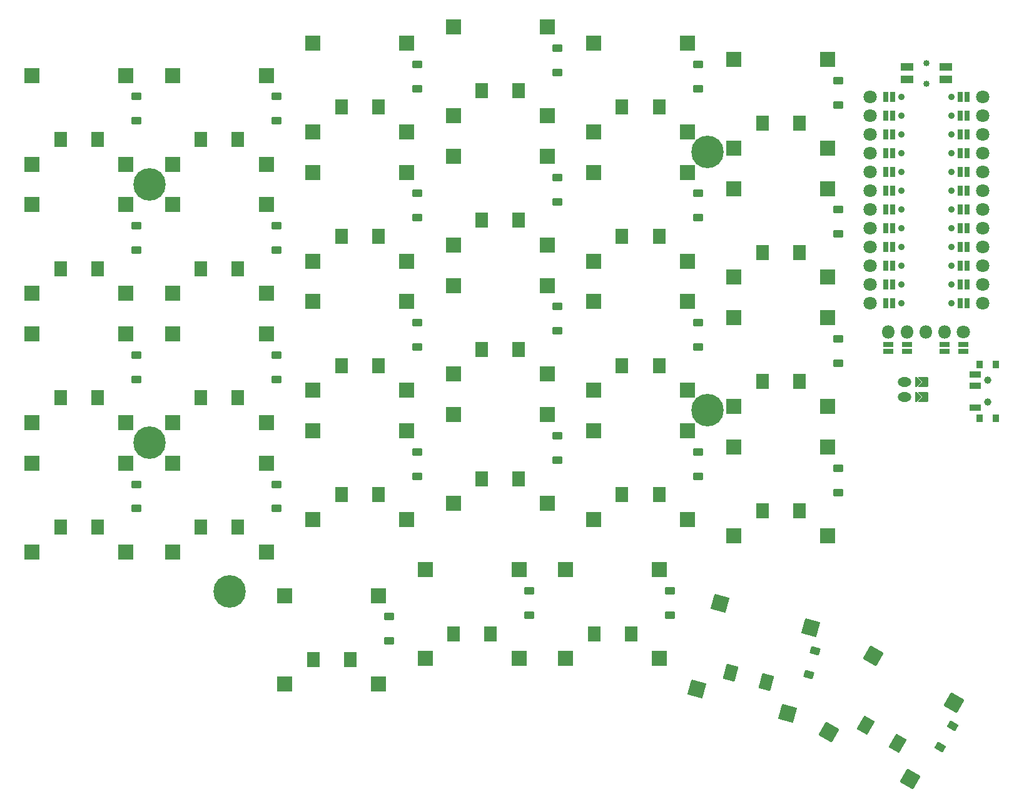
<source format=gbr>
%TF.GenerationSoftware,KiCad,Pcbnew,8.0.7*%
%TF.CreationDate,2025-02-11T23:53:50-03:00*%
%TF.ProjectId,souffle_wireless,736f7566-666c-4655-9f77-6972656c6573,0.1*%
%TF.SameCoordinates,Original*%
%TF.FileFunction,Soldermask,Top*%
%TF.FilePolarity,Negative*%
%FSLAX46Y46*%
G04 Gerber Fmt 4.6, Leading zero omitted, Abs format (unit mm)*
G04 Created by KiCad (PCBNEW 8.0.7) date 2025-02-11 23:53:50*
%MOMM*%
%LPD*%
G01*
G04 APERTURE LIST*
G04 Aperture macros list*
%AMRoundRect*
0 Rectangle with rounded corners*
0 $1 Rounding radius*
0 $2 $3 $4 $5 $6 $7 $8 $9 X,Y pos of 4 corners*
0 Add a 4 corners polygon primitive as box body*
4,1,4,$2,$3,$4,$5,$6,$7,$8,$9,$2,$3,0*
0 Add four circle primitives for the rounded corners*
1,1,$1+$1,$2,$3*
1,1,$1+$1,$4,$5*
1,1,$1+$1,$6,$7*
1,1,$1+$1,$8,$9*
0 Add four rect primitives between the rounded corners*
20,1,$1+$1,$2,$3,$4,$5,0*
20,1,$1+$1,$4,$5,$6,$7,0*
20,1,$1+$1,$6,$7,$8,$9,0*
20,1,$1+$1,$8,$9,$2,$3,0*%
%AMFreePoly0*
4,1,14,0.035355,0.435355,0.635355,-0.164645,0.650000,-0.200000,0.650000,-0.400000,0.635355,-0.435355,0.600000,-0.450000,-0.600000,-0.450000,-0.635355,-0.435355,-0.650000,-0.400000,-0.650000,-0.200000,-0.635355,-0.164645,-0.035355,0.435355,0.000000,0.450000,0.035355,0.435355,0.035355,0.435355,$1*%
%AMFreePoly1*
4,1,16,0.635355,0.285355,0.650000,0.250000,0.650000,-1.000000,0.635355,-1.035355,0.600000,-1.050000,0.564645,-1.035355,0.000000,-0.470710,-0.564645,-1.035355,-0.600000,-1.050000,-0.635355,-1.035355,-0.650000,-1.000000,-0.650000,0.250000,-0.635355,0.285355,-0.600000,0.300000,0.600000,0.300000,0.635355,0.285355,0.635355,0.285355,$1*%
G04 Aperture macros list end*
%ADD10C,4.400000*%
%ADD11RoundRect,0.050000X-0.775000X-1.000000X0.775000X-1.000000X0.775000X1.000000X-0.775000X1.000000X0*%
%ADD12RoundRect,0.050000X-1.000000X-1.000000X1.000000X-1.000000X1.000000X1.000000X-1.000000X1.000000X0*%
%ADD13RoundRect,0.050000X-1.007412X-0.765341X0.489773X-1.166511X1.007412X0.765341X-0.489773X1.166511X0*%
%ADD14RoundRect,0.050000X-1.224745X-0.707107X0.707107X-1.224745X1.224745X0.707107X-0.707107X1.224745X0*%
%ADD15RoundRect,0.050000X-1.171170X-0.478525X0.171170X-1.253525X1.171170X0.478525X-0.171170X1.253525X0*%
%ADD16RoundRect,0.050000X-1.366025X-0.366025X0.366025X-1.366025X1.366025X0.366025X-0.366025X1.366025X0*%
%ADD17RoundRect,0.050000X0.600000X-0.450000X0.600000X0.450000X-0.600000X0.450000X-0.600000X-0.450000X0*%
%ADD18RoundRect,0.050000X0.463087X-0.589958X0.696024X0.279375X-0.463087X0.589958X-0.696024X-0.279375X0*%
%ADD19RoundRect,0.050000X0.294615X-0.689711X0.744615X0.089711X-0.294615X0.689711X-0.744615X-0.089711X0*%
%ADD20C,1.800000*%
%ADD21C,0.900000*%
%ADD22RoundRect,0.050000X-0.300000X-0.600000X0.300000X-0.600000X0.300000X0.600000X-0.300000X0.600000X0*%
%ADD23RoundRect,0.050000X0.600000X-0.300000X0.600000X0.300000X-0.600000X0.300000X-0.600000X-0.300000X0*%
%ADD24O,1.800000X1.800000*%
%ADD25RoundRect,0.050000X0.400000X-0.500000X0.400000X0.500000X-0.400000X0.500000X-0.400000X-0.500000X0*%
%ADD26RoundRect,0.050000X0.750000X-0.350000X0.750000X0.350000X-0.750000X0.350000X-0.750000X-0.350000X0*%
%ADD27C,1.000000*%
%ADD28C,0.850000*%
%ADD29RoundRect,0.050000X0.775000X0.500000X-0.775000X0.500000X-0.775000X-0.500000X0.775000X-0.500000X0*%
%ADD30O,1.850000X1.300000*%
%ADD31FreePoly0,270.000000*%
%ADD32FreePoly1,270.000000*%
G04 APERTURE END LIST*
D10*
%TO.C,MH1*%
X109500000Y-56250000D03*
%TD*%
%TO.C,MH2*%
X109500000Y-91250000D03*
%TD*%
%TO.C,MH3*%
X185068000Y-51823500D03*
%TD*%
%TO.C,MH4*%
X185068000Y-86823500D03*
%TD*%
%TO.C,MH5*%
X120357000Y-111365000D03*
%TD*%
D11*
%TO.C,S30*%
X97500000Y-102650000D03*
X102500000Y-102650000D03*
D12*
X93650000Y-94000000D03*
X93650000Y-106000000D03*
X106350000Y-94000000D03*
X106350000Y-106000000D03*
%TD*%
D11*
%TO.C,S31*%
X97500000Y-85150000D03*
X102500000Y-85150000D03*
D12*
X93650000Y-76500000D03*
X93650000Y-88500000D03*
X106350000Y-76500000D03*
X106350000Y-88500000D03*
%TD*%
D11*
%TO.C,S32*%
X97500000Y-67650000D03*
X102500000Y-67650000D03*
D12*
X93650000Y-59000000D03*
X93650000Y-71000000D03*
X106350000Y-59000000D03*
X106350000Y-71000000D03*
%TD*%
D11*
%TO.C,S33*%
X97500000Y-50150000D03*
X102500000Y-50150000D03*
D12*
X93650000Y-41500000D03*
X93650000Y-53500000D03*
X106350000Y-41500000D03*
X106350000Y-53500000D03*
%TD*%
D11*
%TO.C,S34*%
X116500000Y-102650000D03*
X121500000Y-102650000D03*
D12*
X112650000Y-94000000D03*
X112650000Y-106000000D03*
X125350000Y-94000000D03*
X125350000Y-106000000D03*
%TD*%
D11*
%TO.C,S35*%
X116500000Y-85150000D03*
X121500000Y-85150000D03*
D12*
X112650000Y-76500000D03*
X112650000Y-88500000D03*
X125350000Y-76500000D03*
X125350000Y-88500000D03*
%TD*%
D11*
%TO.C,S36*%
X116500000Y-67650000D03*
X121500000Y-67650000D03*
D12*
X112650000Y-59000000D03*
X112650000Y-71000000D03*
X125350000Y-59000000D03*
X125350000Y-71000000D03*
%TD*%
D11*
%TO.C,S37*%
X116500000Y-50150000D03*
X121500000Y-50150000D03*
D12*
X112650000Y-41500000D03*
X112650000Y-53500000D03*
X125350000Y-41500000D03*
X125350000Y-53500000D03*
%TD*%
D11*
%TO.C,S38*%
X135500000Y-98275000D03*
X140500000Y-98275000D03*
D12*
X131650000Y-89625000D03*
X131650000Y-101625000D03*
X144350000Y-89625000D03*
X144350000Y-101625000D03*
%TD*%
D11*
%TO.C,S39*%
X135500000Y-80775000D03*
X140500000Y-80775000D03*
D12*
X131650000Y-72125000D03*
X131650000Y-84125000D03*
X144350000Y-72125000D03*
X144350000Y-84125000D03*
%TD*%
D11*
%TO.C,S40*%
X135500000Y-63275000D03*
X140500000Y-63275000D03*
D12*
X131650000Y-54625000D03*
X131650000Y-66625000D03*
X144350000Y-54625000D03*
X144350000Y-66625000D03*
%TD*%
D11*
%TO.C,S41*%
X135500000Y-45775000D03*
X140500000Y-45775000D03*
D12*
X131650000Y-37125000D03*
X131650000Y-49125000D03*
X144350000Y-37125000D03*
X144350000Y-49125000D03*
%TD*%
D11*
%TO.C,S42*%
X154500000Y-96087500D03*
X159500000Y-96087500D03*
D12*
X150650000Y-87437500D03*
X150650000Y-99437500D03*
X163350000Y-87437500D03*
X163350000Y-99437500D03*
%TD*%
D11*
%TO.C,S43*%
X154500000Y-78587500D03*
X159500000Y-78587500D03*
D12*
X150650000Y-69937500D03*
X150650000Y-81937500D03*
X163350000Y-69937500D03*
X163350000Y-81937500D03*
%TD*%
D11*
%TO.C,S44*%
X154500000Y-61087500D03*
X159500000Y-61087500D03*
D12*
X150650000Y-52437500D03*
X150650000Y-64437500D03*
X163350000Y-52437500D03*
X163350000Y-64437500D03*
%TD*%
D11*
%TO.C,S45*%
X154500000Y-43587500D03*
X159500000Y-43587500D03*
D12*
X150650000Y-34937500D03*
X150650000Y-46937500D03*
X163350000Y-34937500D03*
X163350000Y-46937500D03*
%TD*%
D11*
%TO.C,S46*%
X173500000Y-98275000D03*
X178500000Y-98275000D03*
D12*
X169650000Y-89625000D03*
X169650000Y-101625000D03*
X182350000Y-89625000D03*
X182350000Y-101625000D03*
%TD*%
D11*
%TO.C,S47*%
X173500000Y-80775000D03*
X178500000Y-80775000D03*
D12*
X169650000Y-72125000D03*
X169650000Y-84125000D03*
X182350000Y-72125000D03*
X182350000Y-84125000D03*
%TD*%
D11*
%TO.C,S48*%
X173500000Y-63275000D03*
X178500000Y-63275000D03*
D12*
X169650000Y-54625000D03*
X169650000Y-66625000D03*
X182350000Y-54625000D03*
X182350000Y-66625000D03*
%TD*%
D11*
%TO.C,S49*%
X173500000Y-45775000D03*
X178500000Y-45775000D03*
D12*
X169650000Y-37125000D03*
X169650000Y-49125000D03*
X182350000Y-37125000D03*
X182350000Y-49125000D03*
%TD*%
D11*
%TO.C,S50*%
X192500000Y-100462500D03*
X197500000Y-100462500D03*
D12*
X188650000Y-91812500D03*
X188650000Y-103812500D03*
X201350000Y-91812500D03*
X201350000Y-103812500D03*
%TD*%
D11*
%TO.C,S51*%
X192500000Y-82962500D03*
X197500000Y-82962500D03*
D12*
X188650000Y-74312500D03*
X188650000Y-86312500D03*
X201350000Y-74312500D03*
X201350000Y-86312500D03*
%TD*%
D11*
%TO.C,S52*%
X192500000Y-65462500D03*
X197500000Y-65462500D03*
D12*
X188650000Y-56812500D03*
X188650000Y-68812500D03*
X201350000Y-56812500D03*
X201350000Y-68812500D03*
%TD*%
D11*
%TO.C,S53*%
X192500000Y-47962500D03*
X197500000Y-47962500D03*
D12*
X188650000Y-39312500D03*
X188650000Y-51312500D03*
X201350000Y-39312500D03*
X201350000Y-51312500D03*
%TD*%
D11*
%TO.C,S54*%
X131700000Y-120587500D03*
X136700000Y-120587500D03*
D12*
X127850000Y-111937500D03*
X127850000Y-123937500D03*
X140550000Y-111937500D03*
X140550000Y-123937500D03*
%TD*%
D11*
%TO.C,S55*%
X150700000Y-117087500D03*
X155700000Y-117087500D03*
D12*
X146850000Y-108437500D03*
X146850000Y-120437500D03*
X159550000Y-108437500D03*
X159550000Y-120437500D03*
%TD*%
D11*
%TO.C,S56*%
X169700000Y-117087500D03*
X174700000Y-117087500D03*
D12*
X165850000Y-108437500D03*
X165850000Y-120437500D03*
X178550000Y-108437500D03*
X178550000Y-120437500D03*
%TD*%
D13*
%TO.C,S57*%
X188228815Y-122366656D03*
X193058444Y-123660751D03*
D14*
X186748785Y-113014944D03*
X183642957Y-124606054D03*
X199016043Y-116301946D03*
X195910215Y-127893056D03*
%TD*%
D15*
%TO.C,S58*%
X206467036Y-129481167D03*
X210797164Y-131981167D03*
D16*
X207457839Y-120065048D03*
X201457839Y-130457352D03*
X218456361Y-126415048D03*
X212456361Y-136807352D03*
%TD*%
D17*
%TO.C,D30*%
X107750000Y-100150000D03*
X107750000Y-96850000D03*
%TD*%
%TO.C,D31*%
X107750000Y-82650000D03*
X107750000Y-79350000D03*
%TD*%
%TO.C,D32*%
X107750000Y-65150000D03*
X107750000Y-61850000D03*
%TD*%
%TO.C,D33*%
X107750000Y-47650000D03*
X107750000Y-44350000D03*
%TD*%
%TO.C,D34*%
X126750000Y-100150000D03*
X126750000Y-96850000D03*
%TD*%
%TO.C,D35*%
X126750000Y-82650000D03*
X126750000Y-79350000D03*
%TD*%
%TO.C,D36*%
X126750000Y-65150000D03*
X126750000Y-61850000D03*
%TD*%
%TO.C,D37*%
X126750000Y-47650000D03*
X126750000Y-44350000D03*
%TD*%
%TO.C,D38*%
X145750000Y-95775000D03*
X145750000Y-92475000D03*
%TD*%
%TO.C,D39*%
X145750000Y-78275000D03*
X145750000Y-74975000D03*
%TD*%
%TO.C,D40*%
X145750000Y-60775000D03*
X145750000Y-57475000D03*
%TD*%
%TO.C,D41*%
X145750000Y-43275000D03*
X145750000Y-39975000D03*
%TD*%
%TO.C,D42*%
X164750000Y-93587500D03*
X164750000Y-90287500D03*
%TD*%
%TO.C,D43*%
X164750000Y-76087500D03*
X164750000Y-72787500D03*
%TD*%
%TO.C,D44*%
X164750000Y-58587500D03*
X164750000Y-55287500D03*
%TD*%
%TO.C,D45*%
X164750000Y-41087500D03*
X164750000Y-37787500D03*
%TD*%
%TO.C,D46*%
X183750000Y-95775000D03*
X183750000Y-92475000D03*
%TD*%
%TO.C,D47*%
X183750000Y-78275000D03*
X183750000Y-74975000D03*
%TD*%
%TO.C,D48*%
X183750000Y-60775000D03*
X183750000Y-57475000D03*
%TD*%
%TO.C,D49*%
X183750000Y-43275000D03*
X183750000Y-39975000D03*
%TD*%
%TO.C,D50*%
X202750000Y-97962500D03*
X202750000Y-94662500D03*
%TD*%
%TO.C,D51*%
X202750000Y-80462500D03*
X202750000Y-77162500D03*
%TD*%
%TO.C,D52*%
X202750000Y-62962500D03*
X202750000Y-59662500D03*
%TD*%
%TO.C,D53*%
X202750000Y-45462500D03*
X202750000Y-42162500D03*
%TD*%
%TO.C,D54*%
X141950000Y-118087500D03*
X141950000Y-114787500D03*
%TD*%
%TO.C,D55*%
X160950000Y-114587500D03*
X160950000Y-111287500D03*
%TD*%
%TO.C,D56*%
X179950000Y-114587500D03*
X179950000Y-111287500D03*
%TD*%
D18*
%TO.C,D57*%
X198776549Y-122604678D03*
X199630651Y-119417122D03*
%TD*%
D19*
%TO.C,D58*%
X216593800Y-132441042D03*
X218243800Y-129583158D03*
%TD*%
D20*
%TO.C,MCU1*%
X207084000Y-44420000D03*
X222324000Y-44420000D03*
D21*
X211304000Y-44420000D03*
X218104000Y-44420000D03*
D22*
X209224000Y-44420000D03*
X210124000Y-44420000D03*
X219284000Y-44420000D03*
X220184000Y-44420000D03*
D20*
X207084000Y-46960000D03*
X222324000Y-46960000D03*
D21*
X211304000Y-46960000D03*
X218104000Y-46960000D03*
D22*
X209224000Y-46960000D03*
X210124000Y-46960000D03*
X219284000Y-46960000D03*
X220184000Y-46960000D03*
D20*
X207084000Y-49500000D03*
X222324000Y-49500000D03*
D21*
X211304000Y-49500000D03*
X218104000Y-49500000D03*
D22*
X209224000Y-49500000D03*
X210124000Y-49500000D03*
X219284000Y-49500000D03*
X220184000Y-49500000D03*
D20*
X207084000Y-52040000D03*
X222324000Y-52040000D03*
D21*
X211304000Y-52040000D03*
X218104000Y-52040000D03*
D22*
X209224000Y-52040000D03*
X210124000Y-52040000D03*
X219284000Y-52040000D03*
X220184000Y-52040000D03*
D20*
X207084000Y-54580000D03*
X222324000Y-54580000D03*
D21*
X211304000Y-54580000D03*
X218104000Y-54580000D03*
D22*
X209224000Y-54580000D03*
X210124000Y-54580000D03*
X219284000Y-54580000D03*
X220184000Y-54580000D03*
D20*
X207084000Y-57120000D03*
X222324000Y-57120000D03*
D21*
X211304000Y-57120000D03*
X218104000Y-57120000D03*
D22*
X209224000Y-57120000D03*
X210124000Y-57120000D03*
X219284000Y-57120000D03*
X220184000Y-57120000D03*
D20*
X207084000Y-59660000D03*
X222324000Y-59660000D03*
D21*
X211304000Y-59660000D03*
X218104000Y-59660000D03*
D22*
X209224000Y-59660000D03*
X210124000Y-59660000D03*
X219284000Y-59660000D03*
X220184000Y-59660000D03*
D20*
X207084000Y-62200000D03*
X222324000Y-62200000D03*
D21*
X211304000Y-62200000D03*
X218104000Y-62200000D03*
D22*
X209224000Y-62200000D03*
X210124000Y-62200000D03*
X219284000Y-62200000D03*
X220184000Y-62200000D03*
D20*
X207084000Y-64740000D03*
X222324000Y-64740000D03*
D21*
X211304000Y-64740000D03*
X218104000Y-64740000D03*
D22*
X209224000Y-64740000D03*
X210124000Y-64740000D03*
X219284000Y-64740000D03*
X220184000Y-64740000D03*
D20*
X207084000Y-67280000D03*
X222324000Y-67280000D03*
D21*
X211304000Y-67280000D03*
X218104000Y-67280000D03*
D22*
X209224000Y-67280000D03*
X210124000Y-67280000D03*
X219284000Y-67280000D03*
X220184000Y-67280000D03*
D20*
X207084000Y-69820000D03*
X222324000Y-69820000D03*
D21*
X211304000Y-69820000D03*
X218104000Y-69820000D03*
D22*
X209224000Y-69820000D03*
X210124000Y-69820000D03*
X219284000Y-69820000D03*
X220184000Y-69820000D03*
D20*
X207084000Y-72360000D03*
X222324000Y-72360000D03*
D21*
X211304000Y-72360000D03*
X218104000Y-72360000D03*
D22*
X209224000Y-72360000D03*
X210124000Y-72360000D03*
X219284000Y-72360000D03*
X220184000Y-72360000D03*
%TD*%
D23*
%TO.C,DISP1*%
X209567000Y-77950000D03*
X212107000Y-77950000D03*
X217187000Y-77950000D03*
X219727000Y-77950000D03*
X209567000Y-78850000D03*
X212107000Y-78850000D03*
X217187000Y-78850000D03*
X219727000Y-78850000D03*
D24*
X209567000Y-76200000D03*
X212107000Y-76200000D03*
X214647000Y-76200000D03*
X217187000Y-76200000D03*
D20*
X219727000Y-76200000D03*
%TD*%
D25*
%TO.C,PWR1*%
X224125000Y-80600000D03*
X221915000Y-80600000D03*
X221915000Y-87900000D03*
X224125000Y-87900000D03*
D26*
X221265000Y-86500000D03*
X221265000Y-83500000D03*
X221265000Y-82000000D03*
D27*
X223025000Y-82750000D03*
X223025000Y-85750000D03*
%TD*%
D28*
%TO.C,RST1*%
X214704000Y-39837500D03*
X214704000Y-42587500D03*
D29*
X217329000Y-40362500D03*
X217329000Y-42062500D03*
X212079000Y-40362500D03*
X212079000Y-42062500D03*
%TD*%
D30*
%TO.C,JST1*%
X211750000Y-85000000D03*
X211750000Y-83000000D03*
D31*
X213550000Y-85000000D03*
X213550000Y-83000000D03*
D32*
X214566000Y-85000000D03*
X214566000Y-83000000D03*
%TD*%
M02*

</source>
